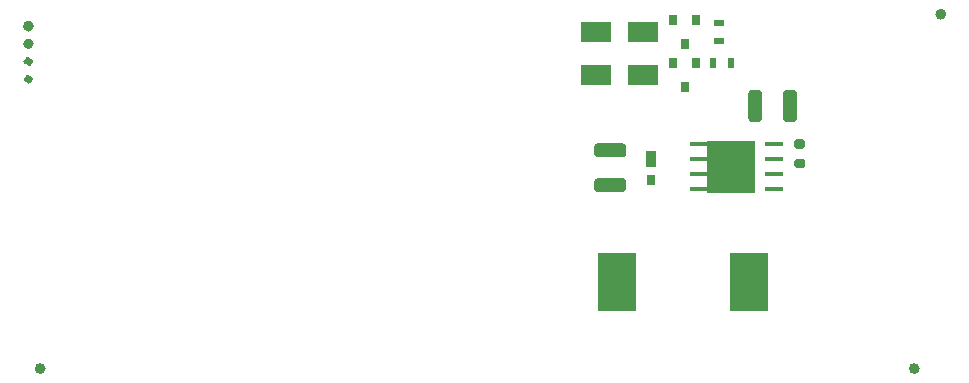
<source format=gtp>
G04 #@! TF.GenerationSoftware,KiCad,Pcbnew,(5.1.6-0-10_14)*
G04 #@! TF.CreationDate,2021-11-25T16:37:17+09:00*
G04 #@! TF.ProjectId,peltier+relay,70656c74-6965-4722-9b72-656c61792e6b,rev?*
G04 #@! TF.SameCoordinates,Original*
G04 #@! TF.FileFunction,Paste,Top*
G04 #@! TF.FilePolarity,Positive*
%FSLAX46Y46*%
G04 Gerber Fmt 4.6, Leading zero omitted, Abs format (unit mm)*
G04 Created by KiCad (PCBNEW (5.1.6-0-10_14)) date 2021-11-25 16:37:17*
%MOMM*%
%LPD*%
G01*
G04 APERTURE LIST*
%ADD10C,0.475000*%
%ADD11C,0.100000*%
%ADD12R,2.500000X1.800000*%
%ADD13R,0.800000X0.900000*%
%ADD14R,0.500000X0.900000*%
%ADD15R,0.900000X0.500000*%
%ADD16R,0.762000X0.863600*%
%ADD17R,0.889000X1.397000*%
%ADD18R,3.250000X5.000000*%
%ADD19R,1.516000X0.457200*%
G04 APERTURE END LIST*
D10*
X99947500Y-88270000D02*
G75*
G03*
X99947500Y-88270000I-137500J0D01*
G01*
X99972500Y-86770000D02*
G75*
G03*
X99972500Y-86770000I-162500J0D01*
G01*
X99997500Y-85270000D02*
G75*
G03*
X99997500Y-85270000I-187500J0D01*
G01*
X177272500Y-82770000D02*
G75*
G03*
X177272500Y-82770000I-212500J0D01*
G01*
X175022500Y-112770000D02*
G75*
G03*
X175022500Y-112770000I-212500J0D01*
G01*
X101022500Y-112770000D02*
G75*
G03*
X101022500Y-112770000I-212500J0D01*
G01*
X100022500Y-83770000D02*
G75*
G03*
X100022500Y-83770000I-212500J0D01*
G01*
D11*
G36*
X157230700Y-97832800D02*
G01*
X161218500Y-97832800D01*
X161218500Y-93514800D01*
X157230700Y-93514800D01*
X157230700Y-97832800D01*
G37*
X157230700Y-97832800D02*
X161218500Y-97832800D01*
X161218500Y-93514800D01*
X157230700Y-93514800D01*
X157230700Y-97832800D01*
D12*
X151860000Y-87890000D03*
X147860000Y-87890000D03*
X151860000Y-84290000D03*
X147860000Y-84290000D03*
D13*
X156320000Y-86890000D03*
X154420000Y-86890000D03*
X155370000Y-88890000D03*
X155370000Y-85290000D03*
X154420000Y-83290000D03*
X156320000Y-83290000D03*
D14*
X157798960Y-86885400D03*
X159298960Y-86885400D03*
D15*
X158240000Y-85040000D03*
X158240000Y-83540000D03*
G36*
G01*
X160768700Y-91643001D02*
X160768700Y-89442999D01*
G75*
G02*
X161018699Y-89193000I249999J0D01*
G01*
X161668701Y-89193000D01*
G75*
G02*
X161918700Y-89442999I0J-249999D01*
G01*
X161918700Y-91643001D01*
G75*
G02*
X161668701Y-91893000I-249999J0D01*
G01*
X161018699Y-91893000D01*
G75*
G02*
X160768700Y-91643001I0J249999D01*
G01*
G37*
G36*
G01*
X163718700Y-91643001D02*
X163718700Y-89442999D01*
G75*
G02*
X163968699Y-89193000I249999J0D01*
G01*
X164618701Y-89193000D01*
G75*
G02*
X164868700Y-89442999I0J-249999D01*
G01*
X164868700Y-91643001D01*
G75*
G02*
X164618701Y-91893000I-249999J0D01*
G01*
X163968699Y-91893000D01*
G75*
G02*
X163718700Y-91643001I0J249999D01*
G01*
G37*
G36*
G01*
X147964599Y-96665240D02*
X150164601Y-96665240D01*
G75*
G02*
X150414600Y-96915239I0J-249999D01*
G01*
X150414600Y-97565241D01*
G75*
G02*
X150164601Y-97815240I-249999J0D01*
G01*
X147964599Y-97815240D01*
G75*
G02*
X147714600Y-97565241I0J249999D01*
G01*
X147714600Y-96915239D01*
G75*
G02*
X147964599Y-96665240I249999J0D01*
G01*
G37*
G36*
G01*
X147964599Y-93715240D02*
X150164601Y-93715240D01*
G75*
G02*
X150414600Y-93965239I0J-249999D01*
G01*
X150414600Y-94615241D01*
G75*
G02*
X150164601Y-94865240I-249999J0D01*
G01*
X147964599Y-94865240D01*
G75*
G02*
X147714600Y-94615241I0J249999D01*
G01*
X147714600Y-93965239D01*
G75*
G02*
X147964599Y-93715240I249999J0D01*
G01*
G37*
D16*
X152498680Y-96771080D03*
D17*
X152498680Y-95005780D03*
D18*
X160861800Y-105402000D03*
X149611800Y-105402000D03*
D19*
X156625100Y-97578800D03*
X156625100Y-96308800D03*
X156625100Y-95038800D03*
X156625100Y-93768800D03*
X162967100Y-93768800D03*
X162967100Y-95038800D03*
X162967100Y-96308800D03*
X162967100Y-97578800D03*
G36*
G01*
X164829700Y-93356600D02*
X165379700Y-93356600D01*
G75*
G02*
X165579700Y-93556600I0J-200000D01*
G01*
X165579700Y-93956600D01*
G75*
G02*
X165379700Y-94156600I-200000J0D01*
G01*
X164829700Y-94156600D01*
G75*
G02*
X164629700Y-93956600I0J200000D01*
G01*
X164629700Y-93556600D01*
G75*
G02*
X164829700Y-93356600I200000J0D01*
G01*
G37*
G36*
G01*
X164829700Y-95006600D02*
X165379700Y-95006600D01*
G75*
G02*
X165579700Y-95206600I0J-200000D01*
G01*
X165579700Y-95606600D01*
G75*
G02*
X165379700Y-95806600I-200000J0D01*
G01*
X164829700Y-95806600D01*
G75*
G02*
X164629700Y-95606600I0J200000D01*
G01*
X164629700Y-95206600D01*
G75*
G02*
X164829700Y-95006600I200000J0D01*
G01*
G37*
M02*

</source>
